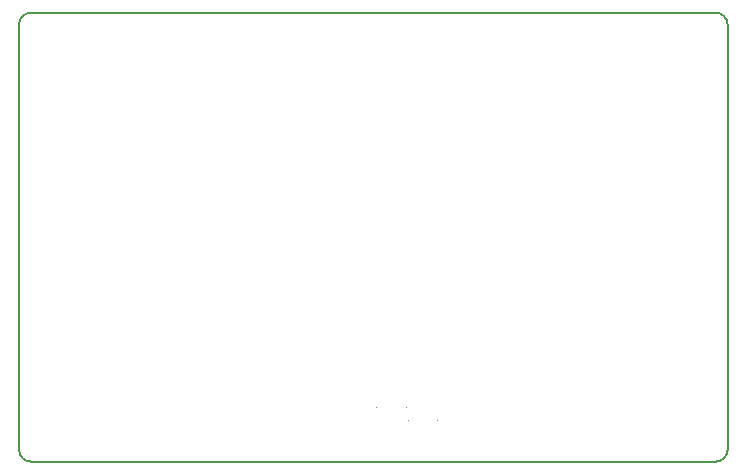
<source format=gko>
%FSLAX44Y44*%
%MOMM*%
G71*
G01*
G75*
G04 Layer_Color=16711935*
%ADD10R,1.5000X0.4000*%
%ADD11R,0.6000X0.5000*%
%ADD12R,1.2000X1.6000*%
%ADD13R,0.5000X0.6000*%
%ADD14R,1.3970X1.3970*%
%ADD15R,1.2700X0.5080*%
%ADD16R,1.0160X0.8890*%
%ADD17R,0.8890X1.0160*%
%ADD18P,1.8385X4X90.0*%
%ADD19R,0.7000X0.6000*%
%ADD20R,1.4000X0.6000*%
%ADD21R,0.8000X1.6000*%
%ADD22R,1.2500X0.3000*%
%ADD23R,1.2000X1.4000*%
%ADD24R,1.2000X2.2000*%
%ADD25R,1.6000X1.4000*%
%ADD26R,1.1000X1.4000*%
%ADD27R,0.7000X1.6000*%
%ADD28R,1.0668X0.8128*%
G04:AMPARAMS|DCode=29|XSize=0.22mm|YSize=0.8mm|CornerRadius=0mm|HoleSize=0mm|Usage=FLASHONLY|Rotation=180.000|XOffset=0mm|YOffset=0mm|HoleType=Round|Shape=RoundedRectangle|*
%AMROUNDEDRECTD29*
21,1,0.2200,0.8000,0,0,180.0*
21,1,0.2200,0.8000,0,0,180.0*
1,1,0.0000,-0.1100,0.4000*
1,1,0.0000,0.1100,0.4000*
1,1,0.0000,0.1100,-0.4000*
1,1,0.0000,-0.1100,-0.4000*
%
%ADD29ROUNDEDRECTD29*%
%ADD30R,4.3000X4.3000*%
G04:AMPARAMS|DCode=31|XSize=0.22mm|YSize=0.8mm|CornerRadius=0mm|HoleSize=0mm|Usage=FLASHONLY|Rotation=270.000|XOffset=0mm|YOffset=0mm|HoleType=Round|Shape=RoundedRectangle|*
%AMROUNDEDRECTD31*
21,1,0.2200,0.8000,0,0,270.0*
21,1,0.2200,0.8000,0,0,270.0*
1,1,0.0000,-0.4000,-0.1100*
1,1,0.0000,-0.4000,0.1100*
1,1,0.0000,0.4000,0.1100*
1,1,0.0000,0.4000,-0.1100*
%
%ADD31ROUNDEDRECTD31*%
%ADD32R,0.8128X0.8128*%
%ADD33R,0.7600X1.5200*%
%ADD34R,1.2954X1.6002*%
%ADD35R,1.2000X1.2500*%
%ADD36R,2.4000X1.2500*%
%ADD37C,0.4000*%
%ADD38C,0.2000*%
%ADD39C,0.1270*%
%ADD40C,0.2540*%
%ADD41C,0.6000*%
%ADD42C,0.3000*%
%ADD43R,1.3000X1.2000*%
%ADD44C,0.0254*%
%ADD45C,1.5240*%
%ADD46R,1.5240X1.5240*%
G04:AMPARAMS|DCode=47|XSize=4mm|YSize=4mm|CornerRadius=2mm|HoleSize=0mm|Usage=FLASHONLY|Rotation=0.000|XOffset=0mm|YOffset=0mm|HoleType=Round|Shape=RoundedRectangle|*
%AMROUNDEDRECTD47*
21,1,4.0000,0.0000,0,0,0.0*
21,1,0.0000,4.0000,0,0,0.0*
1,1,4.0000,0.0000,0.0000*
1,1,4.0000,0.0000,0.0000*
1,1,4.0000,0.0000,0.0000*
1,1,4.0000,0.0000,0.0000*
%
%ADD47ROUNDEDRECTD47*%
%ADD48C,0.5000*%
%ADD49C,4.4000*%
%ADD50C,3.6000*%
%ADD51C,0.8000*%
%ADD52R,0.7250X2.3500*%
%ADD53P,1.8385X4X180.0*%
%ADD54R,0.8128X0.8128*%
%ADD55R,1.1000X0.5000*%
%ADD56R,0.6000X0.3500*%
%ADD57R,0.3500X0.6000*%
%ADD58R,0.3500X1.0000*%
%ADD59R,2.1500X6.3000*%
G04:AMPARAMS|DCode=60|XSize=2mm|YSize=2mm|CornerRadius=0mm|HoleSize=0mm|Usage=FLASHONLY|Rotation=180.000|XOffset=0mm|YOffset=0mm|HoleType=Round|Shape=RoundedRectangle|*
%AMROUNDEDRECTD60*
21,1,2.0000,2.0000,0,0,180.0*
21,1,2.0000,2.0000,0,0,180.0*
1,1,0.0000,-1.0000,1.0000*
1,1,0.0000,1.0000,1.0000*
1,1,0.0000,1.0000,-1.0000*
1,1,0.0000,-1.0000,-1.0000*
%
%ADD60ROUNDEDRECTD60*%
%ADD61R,1.3970X1.3970*%
%ADD62R,1.6000X2.2000*%
%ADD63R,2.1000X3.0000*%
%ADD64R,0.8000X2.1000*%
%ADD65R,1.0000X1.5000*%
%ADD66R,1.5000X0.8000*%
%ADD67R,0.7500X0.2000*%
%ADD68R,0.2000X0.7500*%
%ADD69R,0.5000X1.1000*%
%ADD70R,2.0320X0.6096*%
%ADD71O,2.0320X0.6096*%
%ADD72R,1.6000X1.2000*%
%ADD73C,0.8000*%
%ADD74R,1.9250X2.3500*%
%ADD75C,4.0000*%
%ADD76C,0.1200*%
%ADD77C,0.1250*%
%ADD78C,0.1524*%
%ADD79C,0.2032*%
%ADD80C,0.1000*%
%ADD81R,1.7000X0.6000*%
%ADD82R,0.8000X0.7000*%
%ADD83R,1.4000X1.8000*%
%ADD84R,0.7000X0.8000*%
%ADD85R,1.5970X1.5970*%
%ADD86R,1.4700X0.7080*%
%ADD87R,1.2160X1.0890*%
%ADD88R,1.0890X1.2160*%
%ADD89P,2.1213X4X90.0*%
%ADD90R,0.9000X0.8000*%
%ADD91R,1.6000X0.8000*%
%ADD92R,1.0000X1.8000*%
%ADD93R,1.4500X0.5000*%
%ADD94R,1.4000X1.6000*%
%ADD95R,1.4000X2.4000*%
%ADD96R,1.8000X1.6000*%
%ADD97R,1.3000X1.6000*%
%ADD98R,0.9000X1.8000*%
%ADD99R,1.2668X1.0128*%
G04:AMPARAMS|DCode=100|XSize=0.42mm|YSize=1mm|CornerRadius=0mm|HoleSize=0mm|Usage=FLASHONLY|Rotation=180.000|XOffset=0mm|YOffset=0mm|HoleType=Round|Shape=RoundedRectangle|*
%AMROUNDEDRECTD100*
21,1,0.4200,1.0000,0,0,180.0*
21,1,0.4200,1.0000,0,0,180.0*
1,1,0.0000,-0.2100,0.5000*
1,1,0.0000,0.2100,0.5000*
1,1,0.0000,0.2100,-0.5000*
1,1,0.0000,-0.2100,-0.5000*
%
%ADD100ROUNDEDRECTD100*%
%ADD101R,4.5000X4.5000*%
G04:AMPARAMS|DCode=102|XSize=0.42mm|YSize=1mm|CornerRadius=0mm|HoleSize=0mm|Usage=FLASHONLY|Rotation=270.000|XOffset=0mm|YOffset=0mm|HoleType=Round|Shape=RoundedRectangle|*
%AMROUNDEDRECTD102*
21,1,0.4200,1.0000,0,0,270.0*
21,1,0.4200,1.0000,0,0,270.0*
1,1,0.0000,-0.5000,-0.2100*
1,1,0.0000,-0.5000,0.2100*
1,1,0.0000,0.5000,0.2100*
1,1,0.0000,0.5000,-0.2100*
%
%ADD102ROUNDEDRECTD102*%
%ADD103R,1.0128X1.0128*%
%ADD104R,0.9600X1.7200*%
%ADD105R,1.4954X1.8002*%
%ADD106R,1.4000X1.4500*%
%ADD107R,2.6000X1.4500*%
%ADD108C,1.7240*%
%ADD109R,1.7240X1.7240*%
G04:AMPARAMS|DCode=110|XSize=4.2mm|YSize=4.2mm|CornerRadius=2.1mm|HoleSize=0mm|Usage=FLASHONLY|Rotation=0.000|XOffset=0mm|YOffset=0mm|HoleType=Round|Shape=RoundedRectangle|*
%AMROUNDEDRECTD110*
21,1,4.2000,0.0000,0,0,0.0*
21,1,0.0000,4.2000,0,0,0.0*
1,1,4.2000,0.0000,0.0000*
1,1,4.2000,0.0000,0.0000*
1,1,4.2000,0.0000,0.0000*
1,1,4.2000,0.0000,0.0000*
%
%ADD110ROUNDEDRECTD110*%
%ADD111C,0.7000*%
%ADD112C,4.6000*%
%ADD113R,1.4000X2.5500*%
%ADD114C,1.0000*%
%ADD115R,0.9250X2.5500*%
%ADD116P,2.1213X4X180.0*%
%ADD117R,1.0128X1.0128*%
%ADD118R,1.3000X0.7000*%
%ADD119R,0.8000X0.5500*%
%ADD120R,0.5500X0.8000*%
%ADD121R,0.5500X1.2000*%
%ADD122R,2.3500X6.5000*%
G04:AMPARAMS|DCode=123|XSize=2.2mm|YSize=2.2mm|CornerRadius=0mm|HoleSize=0mm|Usage=FLASHONLY|Rotation=180.000|XOffset=0mm|YOffset=0mm|HoleType=Round|Shape=RoundedRectangle|*
%AMROUNDEDRECTD123*
21,1,2.2000,2.2000,0,0,180.0*
21,1,2.2000,2.2000,0,0,180.0*
1,1,0.0000,-1.1000,1.1000*
1,1,0.0000,1.1000,1.1000*
1,1,0.0000,1.1000,-1.1000*
1,1,0.0000,-1.1000,-1.1000*
%
%ADD123ROUNDEDRECTD123*%
%ADD124R,1.5970X1.5970*%
%ADD125R,1.8000X2.4000*%
%ADD126R,2.3000X3.2000*%
%ADD127R,1.0000X2.3000*%
%ADD128R,1.2000X1.7000*%
%ADD129R,1.7000X1.0000*%
%ADD130R,0.9500X0.4000*%
%ADD131R,0.4000X0.9500*%
%ADD132R,0.7000X1.3000*%
%ADD133R,2.2320X0.8096*%
%ADD134O,2.2320X0.8096*%
%ADD135R,1.8000X1.4000*%
%ADD136C,4.2000*%
%ADD137C,0.1999*%
%ADD138C,0.1501*%
%ADD139C,0.1500*%
%ADD140C,1.4000*%
D38*
X-290000Y190000D02*
G03*
X-300000Y180000I0J-10000D01*
G01*
Y-180000D02*
G03*
X-290000Y-190000I10000J0D01*
G01*
X299941Y180000D02*
G03*
X289941Y190000I-10000J0D01*
G01*
Y-190000D02*
G03*
X299941Y-180000I0J10000D01*
G01*
X-290000Y190000D02*
X289941Y190000D01*
X-290000Y-190000D02*
X289941Y-190000D01*
X-300000Y-180000D02*
Y180000D01*
X300000Y-180000D02*
Y180000D01*
X-290000Y190000D02*
G03*
X-300000Y180000I0J-10000D01*
G01*
Y-180000D02*
G03*
X-290000Y-190000I10000J0D01*
G01*
X299941Y180000D02*
G03*
X289941Y190000I-10000J0D01*
G01*
Y-190000D02*
G03*
X299941Y-180000I0J10000D01*
G01*
X-290000Y190000D02*
X289941Y190000D01*
X-290000Y-190000D02*
X289941Y-190000D01*
X-300000Y-180000D02*
Y180000D01*
X300000Y-180000D02*
Y180000D01*
D44*
X28993Y-154584D02*
X29000D01*
X2493Y-143984D02*
X2500D01*
X27493D02*
X27500D01*
X53993Y-154584D02*
X54000D01*
M02*

</source>
